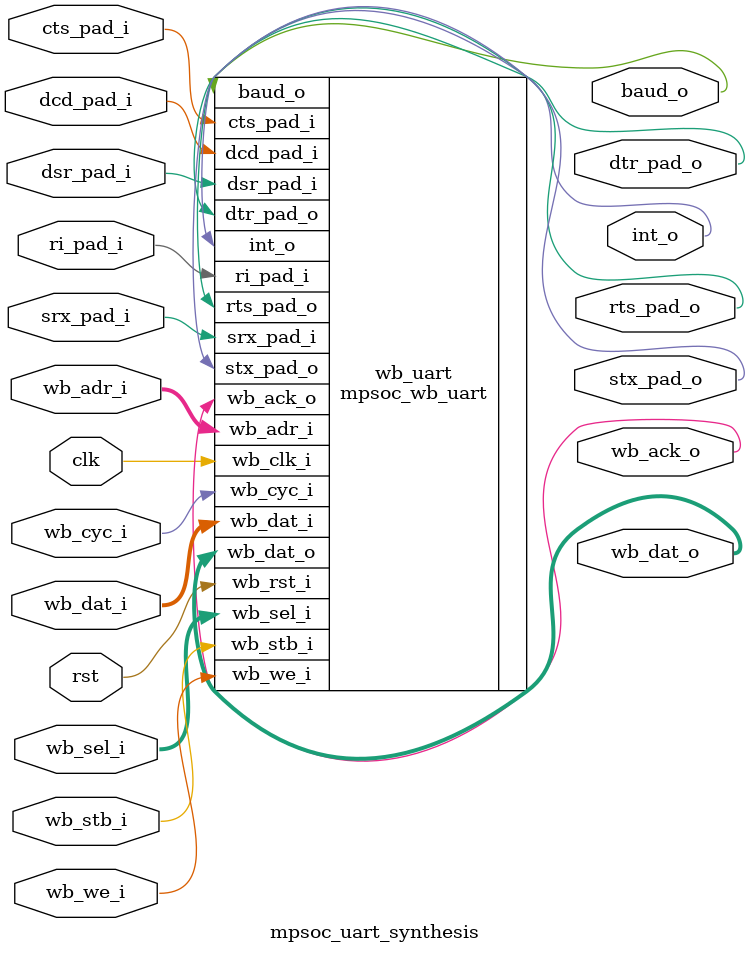
<source format=sv>

/* Copyright (c) 2018-2019 by the author(s)
 *
 * Permission is hereby granted, free of charge, to any person obtaining a copy
 * of this software and associated documentation files (the "Software"), to deal
 * in the Software without restriction, including without limitation the rights
 * to use, copy, modify, merge, publish, distribute, sublicense, and/or sell
 * copies of the Software, and to permit persons to whom the Software is
 * furnished to do so, subject to the following conditions:
 *
 * The above copyright notice and this permission notice shall be included in
 * all copies or substantial portions of the Software.
 *
 * THE SOFTWARE IS PROVIDED "AS IS", WITHOUT WARRANTY OF ANY KIND, EXPRESS OR
 * IMPLIED, INCLUDING BUT NOT LIMITED TO THE WARRANTIES OF MERCHANTABILITY,
 * FITNESS FOR A PARTICULAR PURPOSE AND NONINFRINGEMENT. IN NO EVENT SHALL THE
 * AUTHORS OR COPYRIGHT HOLDERS BE LIABLE FOR ANY CLAIM, DAMAGES OR OTHER
 * LIABILITY, WHETHER IN AN ACTION OF CONTRACT, TORT OR OTHERWISE, ARISING FROM,
 * OUT OF OR IN CONNECTION WITH THE SOFTWARE OR THE USE OR OTHER DEALINGS IN
 * THE SOFTWARE.
 *
 * =============================================================================
 * Author(s):
 *   Paco Reina Campo <pacoreinacampo@queenfield.tech>
 */

module mpsoc_uart_synthesis #(
  parameter SIM   = 0,
  parameter DEBUG = 0
)
  (
    input                  clk,
    input                  rst,

    // WISHBONE interface
    input  [2:0]           wb_adr_i,
    input  [7:0]           wb_dat_i,
    output [7:0]           wb_dat_o,
    input                  wb_we_i,
    input                  wb_stb_i,
    input                  wb_cyc_i,
    input  [3:0]           wb_sel_i,
    output                 wb_ack_o,
    output                 int_o,

    // UART signals
    input                  srx_pad_i,
    output                 stx_pad_o,
    output                 rts_pad_o,
    input                  cts_pad_i,
    output                 dtr_pad_o,
    input                  dsr_pad_i,
    input                  ri_pad_i,
    input                  dcd_pad_i,

    // optional baudrate output
    output baud_o
  );

  //////////////////////////////////////////////////////////////////
  //
  // Module Body
  //

  //DUT WB
  mpsoc_wb_uart #(
    .SIM   (SIM),
    .DEBUG (DEBUG)
  )
  wb_uart (
    .wb_clk_i (clk),
    .wb_rst_i (rst),

    // WISHBONE interface
    .wb_adr_i (wb_adr_i),
    .wb_dat_i (wb_dat_i),
    .wb_dat_o (wb_dat_o),
    .wb_we_i  (wb_we_i ),
    .wb_stb_i (wb_stb_i),
    .wb_cyc_i (wb_cyc_i),
    .wb_sel_i (wb_sel_i),
    .wb_ack_o (wb_ack_o),
    .int_o    (int_o),

    // UART  signals
    .srx_pad_i (srx_pad_i),
    .stx_pad_o (stx_pad_o),
    .rts_pad_o (rts_pad_o),
    .cts_pad_i (cts_pad_i),
    .dtr_pad_o (dtr_pad_o),
    .dsr_pad_i (dsr_pad_i),
    .ri_pad_i  (ri_pad_i ),
    .dcd_pad_i (dcd_pad_i),

    // optional baudrate output
    .baud_o (baud_o)
  );
endmodule

</source>
